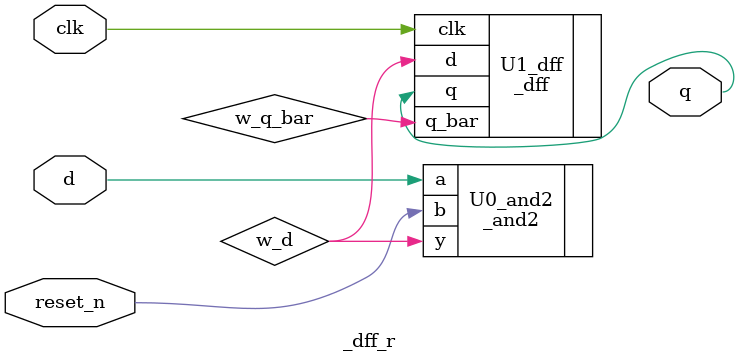
<source format=v>
module _dff_r(q, clk, reset_n, d);
	input clk, reset_n, d; //clock, active low, data d
	output q; //output
	
	wire w_d, w_q_bar;
		
	//instance
	_and2 U0_and2 (.y(w_d), .a(d), .b(reset_n));
	_dff U1_dff (.q(q), .q_bar(w_q_bar), .clk(clk), .d(w_d));
endmodule

</source>
